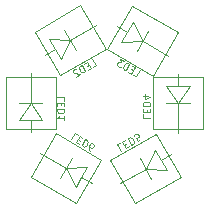
<source format=gbr>
%TF.GenerationSoftware,KiCad,Pcbnew,8.0.1*%
%TF.CreationDate,2024-03-26T23:53:38-06:00*%
%TF.ProjectId,Led_Board,4c65645f-426f-4617-9264-2e6b69636164,rev?*%
%TF.SameCoordinates,Original*%
%TF.FileFunction,Legend,Bot*%
%TF.FilePolarity,Positive*%
%FSLAX46Y46*%
G04 Gerber Fmt 4.6, Leading zero omitted, Abs format (unit mm)*
G04 Created by KiCad (PCBNEW 8.0.1) date 2024-03-26 23:53:38*
%MOMM*%
%LPD*%
G01*
G04 APERTURE LIST*
%ADD10C,0.100000*%
G04 APERTURE END LIST*
D10*
X148555853Y-84433874D02*
X148308417Y-84576731D01*
X148308417Y-84576731D02*
X148608417Y-85096347D01*
X148886200Y-84606054D02*
X149059405Y-84506054D01*
X148976493Y-84191017D02*
X148729057Y-84333874D01*
X148729057Y-84333874D02*
X149029057Y-84853490D01*
X149029057Y-84853490D02*
X149276493Y-84710632D01*
X149199185Y-84062446D02*
X149499185Y-84582061D01*
X149499185Y-84582061D02*
X149622903Y-84510633D01*
X149622903Y-84510633D02*
X149682848Y-84443032D01*
X149682848Y-84443032D02*
X149703764Y-84364973D01*
X149703764Y-84364973D02*
X149699936Y-84301200D01*
X149699936Y-84301200D02*
X149667537Y-84187940D01*
X149667537Y-84187940D02*
X149624680Y-84113710D01*
X149624680Y-84113710D02*
X149542793Y-84029021D01*
X149542793Y-84029021D02*
X149489478Y-83993819D01*
X149489478Y-83993819D02*
X149411420Y-83972904D01*
X149411420Y-83972904D02*
X149322903Y-83991017D01*
X149322903Y-83991017D02*
X149199185Y-84062446D01*
X150266236Y-84139204D02*
X150018801Y-84282061D01*
X150018801Y-84282061D02*
X149851200Y-84048911D01*
X149851200Y-84048911D02*
X149890229Y-84059369D01*
X149890229Y-84059369D02*
X149954002Y-84055541D01*
X149954002Y-84055541D02*
X150077720Y-83984112D01*
X150077720Y-83984112D02*
X150112921Y-83930797D01*
X150112921Y-83930797D02*
X150123379Y-83891768D01*
X150123379Y-83891768D02*
X150119551Y-83827995D01*
X150119551Y-83827995D02*
X150048123Y-83704277D01*
X150048123Y-83704277D02*
X149994808Y-83669076D01*
X149994808Y-83669076D02*
X149955779Y-83658618D01*
X149955779Y-83658618D02*
X149892006Y-83662446D01*
X149892006Y-83662446D02*
X149768288Y-83733874D01*
X149768288Y-83733874D02*
X149733086Y-83787189D01*
X149733086Y-83787189D02*
X149722628Y-83826219D01*
X143819032Y-80865906D02*
X143819032Y-80580192D01*
X143819032Y-80580192D02*
X143219032Y-80580192D01*
X143504746Y-81065906D02*
X143504746Y-81265906D01*
X143819032Y-81351620D02*
X143819032Y-81065906D01*
X143819032Y-81065906D02*
X143219032Y-81065906D01*
X143219032Y-81065906D02*
X143219032Y-81351620D01*
X143819032Y-81608763D02*
X143219032Y-81608763D01*
X143219032Y-81608763D02*
X143219032Y-81751620D01*
X143219032Y-81751620D02*
X143247603Y-81837334D01*
X143247603Y-81837334D02*
X143304746Y-81894477D01*
X143304746Y-81894477D02*
X143361889Y-81923048D01*
X143361889Y-81923048D02*
X143476175Y-81951620D01*
X143476175Y-81951620D02*
X143561889Y-81951620D01*
X143561889Y-81951620D02*
X143676175Y-81923048D01*
X143676175Y-81923048D02*
X143733318Y-81894477D01*
X143733318Y-81894477D02*
X143790461Y-81837334D01*
X143790461Y-81837334D02*
X143819032Y-81751620D01*
X143819032Y-81751620D02*
X143819032Y-81608763D01*
X143819032Y-82523048D02*
X143819032Y-82180191D01*
X143819032Y-82351620D02*
X143219032Y-82351620D01*
X143219032Y-82351620D02*
X143304746Y-82294477D01*
X143304746Y-82294477D02*
X143361889Y-82237334D01*
X143361889Y-82237334D02*
X143390461Y-82180191D01*
X146222575Y-78001503D02*
X146470011Y-77858646D01*
X146470011Y-77858646D02*
X146170011Y-77339030D01*
X145892228Y-77829323D02*
X145719023Y-77929323D01*
X145801935Y-78244360D02*
X146049371Y-78101503D01*
X146049371Y-78101503D02*
X145749371Y-77581887D01*
X145749371Y-77581887D02*
X145501935Y-77724745D01*
X145579243Y-78372931D02*
X145279243Y-77853316D01*
X145279243Y-77853316D02*
X145155525Y-77924744D01*
X145155525Y-77924744D02*
X145095580Y-77992345D01*
X145095580Y-77992345D02*
X145074664Y-78070404D01*
X145074664Y-78070404D02*
X145078492Y-78134177D01*
X145078492Y-78134177D02*
X145110891Y-78247437D01*
X145110891Y-78247437D02*
X145153748Y-78321667D01*
X145153748Y-78321667D02*
X145235635Y-78406356D01*
X145235635Y-78406356D02*
X145288950Y-78441558D01*
X145288950Y-78441558D02*
X145367008Y-78462473D01*
X145367008Y-78462473D02*
X145455525Y-78444360D01*
X145455525Y-78444360D02*
X145579243Y-78372931D01*
X144812942Y-78188517D02*
X144773913Y-78178059D01*
X144773913Y-78178059D02*
X144710140Y-78181887D01*
X144710140Y-78181887D02*
X144586422Y-78253316D01*
X144586422Y-78253316D02*
X144551221Y-78306631D01*
X144551221Y-78306631D02*
X144540763Y-78345660D01*
X144540763Y-78345660D02*
X144544591Y-78409433D01*
X144544591Y-78409433D02*
X144573162Y-78458920D01*
X144573162Y-78458920D02*
X144640763Y-78518865D01*
X144640763Y-78518865D02*
X145109115Y-78644360D01*
X145109115Y-78644360D02*
X144787448Y-78830074D01*
X149670288Y-78676594D02*
X149917724Y-78819452D01*
X149917724Y-78819452D02*
X150217724Y-78299836D01*
X149654226Y-78304415D02*
X149481021Y-78204415D01*
X149249647Y-78433737D02*
X149497083Y-78576595D01*
X149497083Y-78576595D02*
X149797083Y-78056979D01*
X149797083Y-78056979D02*
X149549647Y-77914122D01*
X149026955Y-78305166D02*
X149326955Y-77785551D01*
X149326955Y-77785551D02*
X149203237Y-77714122D01*
X149203237Y-77714122D02*
X149114721Y-77696009D01*
X149114721Y-77696009D02*
X149036662Y-77716924D01*
X149036662Y-77716924D02*
X148983347Y-77752126D01*
X148983347Y-77752126D02*
X148901461Y-77836814D01*
X148901461Y-77836814D02*
X148858604Y-77911045D01*
X148858604Y-77911045D02*
X148826204Y-78024305D01*
X148826204Y-78024305D02*
X148822377Y-78088078D01*
X148822377Y-78088078D02*
X148843292Y-78166137D01*
X148843292Y-78166137D02*
X148903237Y-78233737D01*
X148903237Y-78233737D02*
X149026955Y-78305166D01*
X148856827Y-77514122D02*
X148535161Y-77328408D01*
X148535161Y-77328408D02*
X148594080Y-77626357D01*
X148594080Y-77626357D02*
X148519849Y-77583499D01*
X148519849Y-77583499D02*
X148456076Y-77579672D01*
X148456076Y-77579672D02*
X148417047Y-77590129D01*
X148417047Y-77590129D02*
X148363732Y-77625331D01*
X148363732Y-77625331D02*
X148292303Y-77749049D01*
X148292303Y-77749049D02*
X148288476Y-77812822D01*
X148288476Y-77812822D02*
X148298933Y-77851851D01*
X148298933Y-77851851D02*
X148334135Y-77905166D01*
X148334135Y-77905166D02*
X148482596Y-77990880D01*
X148482596Y-77990880D02*
X148546369Y-77994708D01*
X148546369Y-77994708D02*
X148585399Y-77984250D01*
X150480540Y-82033381D02*
X150480540Y-82319095D01*
X150480540Y-82319095D02*
X151080540Y-82319095D01*
X150794826Y-81833381D02*
X150794826Y-81633381D01*
X150480540Y-81547667D02*
X150480540Y-81833381D01*
X150480540Y-81833381D02*
X151080540Y-81833381D01*
X151080540Y-81833381D02*
X151080540Y-81547667D01*
X150480540Y-81290524D02*
X151080540Y-81290524D01*
X151080540Y-81290524D02*
X151080540Y-81147667D01*
X151080540Y-81147667D02*
X151051969Y-81061953D01*
X151051969Y-81061953D02*
X150994826Y-81004810D01*
X150994826Y-81004810D02*
X150937683Y-80976239D01*
X150937683Y-80976239D02*
X150823397Y-80947667D01*
X150823397Y-80947667D02*
X150737683Y-80947667D01*
X150737683Y-80947667D02*
X150623397Y-80976239D01*
X150623397Y-80976239D02*
X150566254Y-81004810D01*
X150566254Y-81004810D02*
X150509112Y-81061953D01*
X150509112Y-81061953D02*
X150480540Y-81147667D01*
X150480540Y-81147667D02*
X150480540Y-81290524D01*
X150880540Y-80433382D02*
X150480540Y-80433382D01*
X151109112Y-80576239D02*
X150680540Y-80719096D01*
X150680540Y-80719096D02*
X150680540Y-80347667D01*
X144935345Y-83772478D02*
X144687909Y-83629620D01*
X144687909Y-83629620D02*
X144387909Y-84149236D01*
X144951407Y-84144657D02*
X145124612Y-84244657D01*
X145355986Y-84015335D02*
X145108550Y-83872477D01*
X145108550Y-83872477D02*
X144808550Y-84392093D01*
X144808550Y-84392093D02*
X145055986Y-84534950D01*
X145578678Y-84143906D02*
X145278678Y-84663521D01*
X145278678Y-84663521D02*
X145402396Y-84734950D01*
X145402396Y-84734950D02*
X145490912Y-84753063D01*
X145490912Y-84753063D02*
X145568971Y-84732148D01*
X145568971Y-84732148D02*
X145622286Y-84696946D01*
X145622286Y-84696946D02*
X145704172Y-84612258D01*
X145704172Y-84612258D02*
X145747029Y-84538027D01*
X145747029Y-84538027D02*
X145779429Y-84424767D01*
X145779429Y-84424767D02*
X145783256Y-84360994D01*
X145783256Y-84360994D02*
X145762341Y-84282935D01*
X145762341Y-84282935D02*
X145702396Y-84215335D01*
X145702396Y-84215335D02*
X145578678Y-84143906D01*
X146020985Y-85092093D02*
X145922011Y-85034950D01*
X145922011Y-85034950D02*
X145886810Y-84981635D01*
X145886810Y-84981635D02*
X145876352Y-84942605D01*
X145876352Y-84942605D02*
X145869722Y-84839803D01*
X145869722Y-84839803D02*
X145902121Y-84726543D01*
X145902121Y-84726543D02*
X146016407Y-84528595D01*
X146016407Y-84528595D02*
X146069722Y-84493393D01*
X146069722Y-84493393D02*
X146108751Y-84482935D01*
X146108751Y-84482935D02*
X146172524Y-84486763D01*
X146172524Y-84486763D02*
X146271498Y-84543906D01*
X146271498Y-84543906D02*
X146306700Y-84597221D01*
X146306700Y-84597221D02*
X146317157Y-84636250D01*
X146317157Y-84636250D02*
X146313330Y-84700023D01*
X146313330Y-84700023D02*
X146241901Y-84823741D01*
X146241901Y-84823741D02*
X146188586Y-84858943D01*
X146188586Y-84858943D02*
X146149557Y-84869400D01*
X146149557Y-84869400D02*
X146085784Y-84865573D01*
X146085784Y-84865573D02*
X145986810Y-84808430D01*
X145986810Y-84808430D02*
X145951608Y-84755115D01*
X145951608Y-84755115D02*
X145941150Y-84716085D01*
X145941150Y-84716085D02*
X145944978Y-84652313D01*
%TO.C,LED5*%
X153681998Y-87349959D02*
X149836846Y-89569957D01*
X147716175Y-85896848D01*
X151561327Y-83676849D01*
X153681998Y-87349959D01*
X151991340Y-85871585D02*
X152857366Y-85371585D01*
X151991340Y-85871585D02*
X151491340Y-85005560D01*
X152491340Y-86737610D02*
X151991340Y-85871585D01*
X150692302Y-86621585D02*
X152491340Y-86737610D01*
X151192302Y-87487610D02*
X150192302Y-85755560D01*
X151491340Y-85005560D02*
X150692302Y-86621585D01*
X148527238Y-87871585D02*
X150692302Y-86621585D01*
%TO.C,LED1*%
X140969415Y-78542584D02*
X140969415Y-81042584D01*
X141969415Y-82542584D02*
X140969415Y-81042584D01*
X139969415Y-81042584D02*
X141969415Y-81042584D01*
X140969415Y-81042584D02*
X139969415Y-82542584D01*
X139969415Y-82542584D02*
X140969415Y-82542584D01*
X140969415Y-82542584D02*
X141969415Y-82542584D01*
X140969415Y-82542584D02*
X140969415Y-83542584D01*
X143085119Y-83267550D02*
X138843777Y-83267550D01*
X138843778Y-78827551D01*
X143085119Y-78827551D01*
X143085119Y-83267550D01*
%TO.C,LED2*%
X147306274Y-76476536D02*
X143461122Y-78696535D01*
X141340451Y-75023425D01*
X145185603Y-72803427D01*
X147306274Y-76476536D01*
X143031109Y-76501799D02*
X142165083Y-77001799D01*
X143031109Y-76501799D02*
X143531109Y-77367824D01*
X142531109Y-75635774D02*
X143031109Y-76501799D01*
X144330147Y-75751799D02*
X142531109Y-75635774D01*
X143830147Y-74885774D02*
X144830147Y-76617824D01*
X143531109Y-77367824D02*
X144330147Y-75751799D01*
X146495211Y-74501799D02*
X144330147Y-75751799D01*
%TO.C,LED3*%
X153425804Y-75083917D02*
X151305134Y-78757026D01*
X147459982Y-76537026D01*
X149580653Y-72863916D01*
X153425804Y-75083917D01*
X149145673Y-75067256D02*
X148279647Y-74567256D01*
X149145673Y-75067256D02*
X148645673Y-75933281D01*
X149645673Y-74201231D02*
X149145673Y-75067256D01*
X150444711Y-75817256D02*
X149645673Y-74201231D01*
X150944711Y-74951231D02*
X149944711Y-76683281D01*
X148645673Y-75933281D02*
X150444711Y-75817256D01*
X152609775Y-77067256D02*
X150444711Y-75817256D01*
%TO.C,LED4*%
X153444988Y-83589092D02*
X153444988Y-81089092D01*
X152444988Y-79589092D02*
X153444988Y-81089092D01*
X154444988Y-81089092D02*
X152444988Y-81089092D01*
X153444988Y-81089092D02*
X154444988Y-79589092D01*
X154444988Y-79589092D02*
X153444988Y-79589092D01*
X153444988Y-79589092D02*
X152444988Y-79589092D01*
X153444988Y-79589092D02*
X153444988Y-78589092D01*
X155570625Y-83304125D02*
X151329284Y-83304125D01*
X151329284Y-78864126D01*
X155570626Y-78864126D01*
X155570625Y-83304125D01*
%TO.C,LED6*%
X146950554Y-85855102D02*
X144829883Y-89528213D01*
X140984732Y-87308213D01*
X143105403Y-83635103D01*
X146950554Y-85855102D01*
X143465826Y-87440898D02*
X144465824Y-85708848D01*
X141800762Y-85324873D02*
X143965825Y-86574873D01*
X145264863Y-87324873D02*
X145764863Y-86458848D01*
X145764863Y-86458848D02*
X143965825Y-86574873D01*
X143965825Y-86574873D02*
X144764863Y-88190899D01*
X144764863Y-88190899D02*
X145264863Y-87324873D01*
X145264863Y-87324873D02*
X146130888Y-87824873D01*
%TD*%
M02*

</source>
